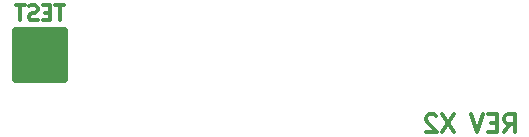
<source format=gbr>
G04 #@! TF.FileFunction,Legend,Bot*
%FSLAX46Y46*%
G04 Gerber Fmt 4.6, Leading zero omitted, Abs format (unit mm)*
G04 Created by KiCad (PCBNEW 4.0.5) date 06/30/17 14:30:05*
%MOMM*%
%LPD*%
G01*
G04 APERTURE LIST*
%ADD10C,0.150000*%
%ADD11C,0.300000*%
%ADD12C,0.650000*%
%ADD13C,0.317500*%
G04 APERTURE END LIST*
D10*
D11*
X163175570Y-156483571D02*
X163675570Y-155769286D01*
X164032713Y-156483571D02*
X164032713Y-154983571D01*
X163461285Y-154983571D01*
X163318427Y-155055000D01*
X163246999Y-155126429D01*
X163175570Y-155269286D01*
X163175570Y-155483571D01*
X163246999Y-155626429D01*
X163318427Y-155697857D01*
X163461285Y-155769286D01*
X164032713Y-155769286D01*
X162532713Y-155697857D02*
X162032713Y-155697857D01*
X161818427Y-156483571D02*
X162532713Y-156483571D01*
X162532713Y-154983571D01*
X161818427Y-154983571D01*
X161389856Y-154983571D02*
X160889856Y-156483571D01*
X160389856Y-154983571D01*
X158889856Y-154983571D02*
X157889856Y-156483571D01*
X157889856Y-154983571D02*
X158889856Y-156483571D01*
X157389857Y-155126429D02*
X157318428Y-155055000D01*
X157175571Y-154983571D01*
X156818428Y-154983571D01*
X156675571Y-155055000D01*
X156604142Y-155126429D01*
X156532714Y-155269286D01*
X156532714Y-155412143D01*
X156604142Y-155626429D01*
X157461285Y-156483571D01*
X156532714Y-156483571D01*
D12*
X121862000Y-147963000D02*
X125862000Y-147963000D01*
X125862000Y-147963000D02*
X125862000Y-151963000D01*
X125862000Y-151963000D02*
X121862000Y-151963000D01*
X121862000Y-151963000D02*
X121862000Y-147963000D01*
X121862000Y-147963000D02*
X121862000Y-148463000D01*
X121862000Y-148463000D02*
X125862000Y-148463000D01*
X125862000Y-148463000D02*
X125862000Y-148963000D01*
X125862000Y-148963000D02*
X121862000Y-148963000D01*
X121862000Y-148963000D02*
X121862000Y-149463000D01*
X121862000Y-149463000D02*
X125862000Y-149463000D01*
X125862000Y-149463000D02*
X125862000Y-149963000D01*
X125862000Y-149963000D02*
X121862000Y-149963000D01*
X121862000Y-149963000D02*
X121862000Y-150463000D01*
X121862000Y-150463000D02*
X125362000Y-150463000D01*
X125362000Y-150463000D02*
X125862000Y-150463000D01*
X125862000Y-150463000D02*
X125862000Y-150963000D01*
X125862000Y-150963000D02*
X121862000Y-150963000D01*
X121862000Y-150963000D02*
X121862000Y-151463000D01*
X121862000Y-151463000D02*
X125862000Y-151463000D01*
D13*
X125887953Y-145767524D02*
X125162238Y-145767524D01*
X125525095Y-147037524D02*
X125525095Y-145767524D01*
X124738905Y-146372286D02*
X124315572Y-146372286D01*
X124134143Y-147037524D02*
X124738905Y-147037524D01*
X124738905Y-145767524D01*
X124134143Y-145767524D01*
X123650333Y-146977048D02*
X123468905Y-147037524D01*
X123166524Y-147037524D01*
X123045571Y-146977048D01*
X122985095Y-146916571D01*
X122924619Y-146795619D01*
X122924619Y-146674667D01*
X122985095Y-146553714D01*
X123045571Y-146493238D01*
X123166524Y-146432762D01*
X123408428Y-146372286D01*
X123529381Y-146311810D01*
X123589857Y-146251333D01*
X123650333Y-146130381D01*
X123650333Y-146009429D01*
X123589857Y-145888476D01*
X123529381Y-145828000D01*
X123408428Y-145767524D01*
X123106048Y-145767524D01*
X122924619Y-145828000D01*
X122561762Y-145767524D02*
X121836047Y-145767524D01*
X122198904Y-147037524D02*
X122198904Y-145767524D01*
M02*

</source>
